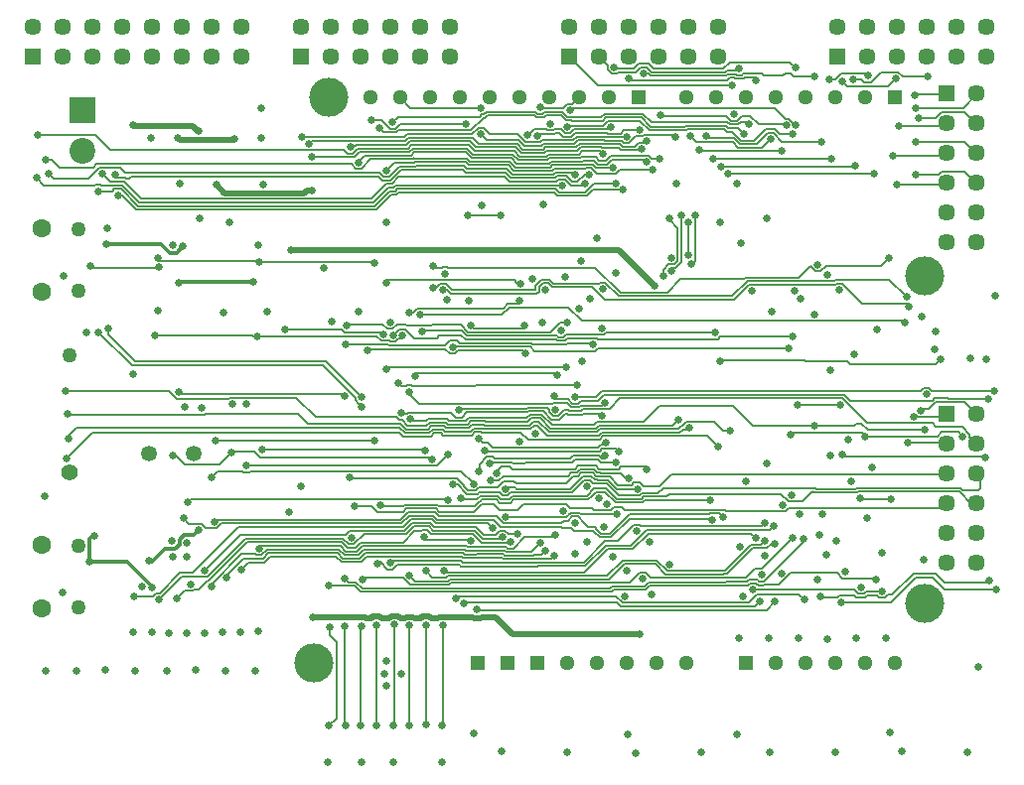
<source format=gbl>
%FSLAX25Y25*%
%MOIN*%
G70*
G01*
G75*
G04 Layer_Physical_Order=4*
G04 Layer_Color=16711680*
%ADD10R,0.05512X0.01575*%
%ADD11R,0.09843X0.05610*%
%ADD12R,0.02756X0.05610*%
%ADD13R,0.03347X0.04724*%
%ADD14R,0.03347X0.05000*%
%ADD15R,0.03150X0.03347*%
%ADD16C,0.05000*%
%ADD17R,0.03347X0.03150*%
%ADD18R,0.08500X0.05500*%
G04:AMPARAMS|DCode=19|XSize=33.47mil|YSize=31.5mil|CornerRadius=0mil|HoleSize=0mil|Usage=FLASHONLY|Rotation=225.000|XOffset=0mil|YOffset=0mil|HoleType=Round|Shape=Rectangle|*
%AMROTATEDRECTD19*
4,1,4,0.00070,0.02297,0.02297,0.00070,-0.00070,-0.02297,-0.02297,-0.00070,0.00070,0.02297,0.0*
%
%ADD19ROTATEDRECTD19*%

G04:AMPARAMS|DCode=20|XSize=33.47mil|YSize=31.5mil|CornerRadius=0mil|HoleSize=0mil|Usage=FLASHONLY|Rotation=315.000|XOffset=0mil|YOffset=0mil|HoleType=Round|Shape=Rectangle|*
%AMROTATEDRECTD20*
4,1,4,-0.02297,0.00070,-0.00070,0.02297,0.02297,-0.00070,0.00070,-0.02297,-0.02297,0.00070,0.0*
%
%ADD20ROTATEDRECTD20*%

%ADD21R,0.03543X0.08268*%
%ADD22R,0.12992X0.08268*%
%ADD23R,0.01378X0.03937*%
G04:AMPARAMS|DCode=24|XSize=25.59mil|YSize=33.47mil|CornerRadius=6.4mil|HoleSize=0mil|Usage=FLASHONLY|Rotation=180.000|XOffset=0mil|YOffset=0mil|HoleType=Round|Shape=RoundedRectangle|*
%AMROUNDEDRECTD24*
21,1,0.02559,0.02067,0,0,180.0*
21,1,0.01280,0.03347,0,0,180.0*
1,1,0.01280,-0.00640,0.01034*
1,1,0.01280,0.00640,0.01034*
1,1,0.01280,0.00640,-0.01034*
1,1,0.01280,-0.00640,-0.01034*
%
%ADD24ROUNDEDRECTD24*%
%ADD25R,0.06000X0.08500*%
%ADD26R,0.09449X0.07874*%
G04:AMPARAMS|DCode=27|XSize=9.84mil|YSize=59.06mil|CornerRadius=0mil|HoleSize=0mil|Usage=FLASHONLY|Rotation=315.000|XOffset=0mil|YOffset=0mil|HoleType=Round|Shape=Rectangle|*
%AMROTATEDRECTD27*
4,1,4,-0.02436,-0.01740,0.01740,0.02436,0.02436,0.01740,-0.01740,-0.02436,-0.02436,-0.01740,0.0*
%
%ADD27ROTATEDRECTD27*%

G04:AMPARAMS|DCode=28|XSize=9.84mil|YSize=59.06mil|CornerRadius=0mil|HoleSize=0mil|Usage=FLASHONLY|Rotation=45.000|XOffset=0mil|YOffset=0mil|HoleType=Round|Shape=Rectangle|*
%AMROTATEDRECTD28*
4,1,4,0.01740,-0.02436,-0.02436,0.01740,-0.01740,0.02436,0.02436,-0.01740,0.01740,-0.02436,0.0*
%
%ADD28ROTATEDRECTD28*%

%ADD29R,0.02362X0.04724*%
%ADD30R,0.02900X0.09500*%
%ADD31R,0.02362X0.08071*%
%ADD32R,0.11024X0.03937*%
%ADD33R,0.02362X0.07087*%
%ADD34R,0.08661X0.08661*%
%ADD35O,0.03740X0.01181*%
%ADD36O,0.01181X0.03740*%
%ADD37R,0.15500X0.12500*%
%ADD38C,0.02000*%
%ADD39C,0.01200*%
%ADD40C,0.00600*%
%ADD41C,0.01400*%
%ADD42C,0.00700*%
%ADD43C,0.00800*%
%ADD44R,0.05000X0.02500*%
%ADD45C,0.06299*%
%ADD46C,0.05700*%
%ADD47R,0.05700X0.05700*%
%ADD48R,0.05700X0.05700*%
%ADD49C,0.05300*%
%ADD50C,0.05500*%
%ADD51C,0.08661*%
%ADD52R,0.05100X0.05100*%
%ADD53C,0.05100*%
%ADD54C,0.13100*%
%ADD55C,0.02500*%
%ADD56C,0.02600*%
%ADD57C,0.02598*%
D16*
X20458Y78597D02*
D03*
Y58003D02*
D03*
Y164503D02*
D03*
Y185097D02*
D03*
X17535Y142607D02*
D03*
D34*
X22000Y225190D02*
D03*
D38*
X38900Y219700D02*
X58900D01*
X60700Y217900D01*
X99450Y54650D02*
X116881D01*
X99400Y54600D02*
X99450Y54650D01*
X141369Y54500D02*
X141620Y54750D01*
X138830Y54500D02*
X141369D01*
X138381Y54950D02*
X138830Y54500D01*
X136020Y54950D02*
X138381D01*
X135570Y54500D02*
X136020Y54950D01*
X133230Y54500D02*
X135570D01*
X132880Y54850D02*
X133230Y54500D01*
X130519Y54850D02*
X132880D01*
X130169Y54500D02*
X130519Y54850D01*
X128531Y54500D02*
X130169D01*
X127881Y55150D02*
X128531Y54500D01*
X125520Y55150D02*
X127881D01*
X124870Y54500D02*
X125520Y55150D01*
X122131Y54500D02*
X124870D01*
X121680Y54950D02*
X122131Y54500D01*
X119319Y54950D02*
X121680D01*
X118869Y54500D02*
X119319Y54950D01*
X117031Y54500D02*
X118869D01*
X116881Y54650D02*
X117031Y54500D01*
X66800Y200100D02*
X69750Y197150D01*
X54450Y215150D02*
X72650D01*
X72900Y215400D01*
X53800Y215800D02*
X54450Y215150D01*
X166402Y49100D02*
X209000D01*
X141620Y54750D02*
X152949D01*
X153199Y54500D01*
X155601D01*
X155851Y54750D01*
X160752D01*
X166402Y49100D01*
X69750Y197150D02*
X96280D01*
X97230Y198100D01*
X99000D01*
X92000Y177900D02*
X202000D01*
X214000Y165900D01*
D40*
X178227Y166900D02*
X179577Y165550D01*
X192909D01*
X180074Y166750D02*
X195209D01*
X178724Y168100D02*
X180074Y166750D01*
X175949Y168100D02*
X178724D01*
X173986Y166138D02*
X175949Y168100D01*
X173986Y164624D02*
Y166138D01*
X173912Y164550D02*
X173986Y164624D01*
X176446Y166900D02*
X178227D01*
X175187Y165640D02*
X176446Y166900D01*
X175187Y164127D02*
Y165640D01*
X174409Y163350D02*
X175187Y164127D01*
X145493Y163350D02*
X174409D01*
X145991Y164550D02*
X173912D01*
X201509Y80350D02*
X207010Y85850D01*
X199397Y81550D02*
X205697Y87850D01*
X198900Y82750D02*
X205500Y89350D01*
X196009Y82750D02*
X198900D01*
X195512Y81550D02*
X199397D01*
X197355Y80350D02*
X201509D01*
X190155Y73150D02*
X197355Y80350D01*
X193550Y83512D02*
X195512Y81550D01*
X193550Y83512D02*
Y83542D01*
X193342Y83750D02*
X193550Y83542D01*
X194750Y84009D02*
X196009Y82750D01*
X194750Y84009D02*
Y84039D01*
X193839Y84950D02*
X194750Y84039D01*
X186909Y83750D02*
X193342D01*
X197650Y78850D02*
X206090D01*
X190750Y71950D02*
X197650Y78850D01*
X198147Y77650D02*
X206588D01*
X190297Y69800D02*
X198147Y77650D01*
X206090Y78850D02*
X211291Y84050D01*
X206588Y77650D02*
X211788Y82850D01*
X191609Y84950D02*
X193839D01*
X67800Y106000D02*
X71900Y110100D01*
X56200Y106000D02*
X67800D01*
X53100Y109100D02*
X56200Y106000D01*
X52100Y109100D02*
X53100D01*
X308300Y69400D02*
X311200Y66500D01*
X300800Y69400D02*
X308300D01*
X293700Y62300D02*
X300800Y69400D01*
X104800Y48800D02*
X107200Y46400D01*
Y20700D02*
Y46400D01*
X104700Y18200D02*
X107200Y20700D01*
X271441Y172800D02*
X290000D01*
X292500Y175300D01*
Y175400D01*
X293350Y59850D02*
X301500Y68000D01*
X282000Y59850D02*
X293350D01*
X292141Y62300D02*
X293700D01*
X291191Y61350D02*
X292141Y62300D01*
X311300Y64100D02*
X328600D01*
X307400Y68000D02*
X311300Y64100D01*
X301500Y68000D02*
X307400D01*
X311200Y66500D02*
X326000D01*
X136700Y81000D02*
Y81800D01*
Y81000D02*
X136950Y80750D01*
X151750D01*
X152100Y80400D01*
X67090Y84650D02*
X68641Y86200D01*
X58856Y69550D02*
X74306Y85000D01*
X113091Y79250D02*
X116441Y82600D01*
X109409Y81150D02*
X111309Y79250D01*
X76691Y81150D02*
X109409D01*
X113588Y78050D02*
X115388Y79850D01*
X66200Y86800D02*
X66800Y87400D01*
X115576Y73250D02*
X117376Y75050D01*
X108824Y73250D02*
X115576D01*
X107024Y75050D02*
X108824Y73250D01*
X84885Y75050D02*
X107024D01*
X115079Y74450D02*
X116879Y76250D01*
X109321Y74450D02*
X115079D01*
X107521Y76250D02*
X109321Y74450D01*
X84388Y76250D02*
X107521D01*
X114582Y75650D02*
X116382Y77450D01*
X109818Y75650D02*
X114582D01*
X108018Y77450D02*
X109818Y75650D01*
X83890Y77450D02*
X108018D01*
X114085Y76850D02*
X115885Y78650D01*
X110315Y76850D02*
X114085D01*
X108515Y78650D02*
X110315Y76850D01*
X82050Y78650D02*
X108515D01*
X110812Y78050D02*
X113588D01*
X108962Y79900D02*
X110812Y78050D01*
X77138Y79900D02*
X108962D01*
X111309Y79250D02*
X113091D01*
X158000Y106300D02*
X158400Y106700D01*
X158500D01*
X160400Y102500D02*
X160900Y103000D01*
X149950Y98809D02*
Y99090D01*
X140791Y148450D02*
X141741Y149400D01*
X145659Y123400D02*
X147209Y121850D01*
X129139Y120950D02*
X131089Y119000D01*
X128209Y120950D02*
X129139D01*
X131089Y123400D02*
X145659D01*
X97550Y119750D02*
X128642D01*
X130789Y123100D02*
X131089Y123400D01*
X129100Y123100D02*
X130789D01*
X128248Y116750D02*
X129598Y115400D01*
X25350Y116750D02*
X128248D01*
X128295Y118400D02*
X130095Y116600D01*
X19800Y118400D02*
X128295D01*
X128642Y119750D02*
X130592Y117800D01*
X132000Y121200D02*
X132550Y120650D01*
X127259Y121900D02*
X128209Y120950D01*
X100100Y121900D02*
X127259D01*
X172409Y117950D02*
X173609Y119150D01*
X171912D02*
X173112Y120350D01*
X171415D02*
X172615Y121550D01*
X170918D02*
X172118Y122750D01*
X170477Y126200D02*
X170627Y126350D01*
X170773Y124799D02*
X171124Y125150D01*
X171270Y123599D02*
X171621Y123950D01*
X148100Y124000D02*
X148898Y124799D01*
X201762Y104500D02*
X202612Y105350D01*
X210450D01*
X202450Y103150D02*
X204650Y100950D01*
X189702Y122800D02*
X190002Y123100D01*
X184898Y122800D02*
X189702D01*
X184598Y123100D02*
X184898Y122800D01*
X185395Y124000D02*
X189205D01*
X185095Y124300D02*
X185395Y124000D01*
X185892Y125200D02*
X188708D01*
X186389Y126400D02*
X188211D01*
X210350Y120350D02*
X215600Y125600D01*
X166485Y106250D02*
X170105D01*
X166085Y106650D02*
X166485Y106250D01*
X162550Y105450D02*
X165391D01*
X166341Y104500D01*
X215600Y125600D02*
X240400D01*
X247000Y119000D01*
X267700D01*
X234050Y120450D02*
X237000Y117500D01*
X224497Y120450D02*
X234050D01*
X237000Y117500D02*
X239400D01*
X225500Y118300D02*
X225950Y117850D01*
X132691Y132350D02*
X153591D01*
X132491Y132550D02*
X132691Y132350D01*
X130709Y132550D02*
X132491D01*
X130509Y132350D02*
X130709Y132550D01*
X128950Y132350D02*
X130509D01*
X131100Y129900D02*
X131600Y130400D01*
X293100Y94500D02*
X293300Y94300D01*
X283000Y94500D02*
X293100D01*
X282900Y94600D02*
X283000Y94500D01*
X281642Y98150D02*
X316653D01*
X282139Y96950D02*
X316156D01*
X281768Y96580D02*
X282139Y96950D01*
X281271Y97780D02*
X281642Y98150D01*
X268223Y97780D02*
X281271D01*
X267170Y96580D02*
X281768D01*
X311150Y121950D02*
X312000Y122800D01*
X302509Y121950D02*
X311150D01*
X303900Y124600D02*
X306027D01*
X303400Y124100D02*
X303900Y124600D01*
X306027D02*
X308377Y126950D01*
X279472Y127450D02*
X307180D01*
X277472Y129450D02*
X279472Y127450D01*
X307180D02*
X308030Y128300D01*
X302010Y122450D02*
X302509Y121950D01*
X301350Y122450D02*
X302010D01*
X16700Y108100D02*
X25350Y116750D01*
X157800Y106000D02*
X158000Y106200D01*
X160000Y102900D02*
X162550Y105450D01*
X163200Y98300D02*
X163800Y97700D01*
X185009Y158850D02*
X189509Y154350D01*
X168700Y160400D02*
Y161000D01*
X160000Y102900D02*
X160400Y102500D01*
X153841Y132600D02*
X187100D01*
X153591Y132350D02*
X153841Y132600D01*
X127800Y133500D02*
X128950Y132350D01*
X238138Y69200D02*
X246888Y77950D01*
X236906Y69200D02*
X238138D01*
X236856Y69150D02*
X236906Y69200D01*
X217612Y69150D02*
X236856D01*
X214112Y72650D02*
X217612Y69150D01*
X203809Y72650D02*
X214112D01*
X237641Y70400D02*
X246391Y79150D01*
X236409Y70400D02*
X237641D01*
X236359Y70350D02*
X236409Y70400D01*
X218109Y70350D02*
X236359D01*
X214610Y73850D02*
X218109Y70350D01*
X203312Y73850D02*
X214610D01*
X63890Y68350D02*
X76691Y81150D01*
X144600Y94100D02*
X145300D01*
X148900Y94700D02*
X149250Y94350D01*
X148100Y124000D02*
X148300D01*
X147750Y147650D02*
X148600Y146800D01*
X178909Y150450D02*
X182159Y153700D01*
X197741Y150300D02*
X234300D01*
X196991Y149550D02*
X197741Y150300D01*
X195109Y149650D02*
X195209Y149550D01*
X184191Y149650D02*
X195109D01*
X183391Y148850D02*
X184191Y149650D01*
X181209Y149250D02*
X181609Y148850D01*
X149065Y149400D02*
X150465Y148000D01*
X180762D02*
X181112Y147650D01*
X194912Y148150D02*
X235191D01*
X194612Y148450D02*
X194912Y148150D01*
X184688Y148450D02*
X194612D01*
X183888Y147650D02*
X184688Y148450D01*
X148809Y153050D02*
X151409Y150450D01*
X195209Y149550D02*
X196991D01*
X184685Y146750D02*
X192650D01*
X184385Y146450D02*
X184685Y146750D01*
X181112Y147650D02*
X183888D01*
X181609Y148850D02*
X183391D01*
X141741Y149400D02*
X149065D01*
X149262Y150900D02*
X150912Y149250D01*
X236040Y149000D02*
X260300D01*
X235191Y148150D02*
X236040Y149000D01*
X189509Y154350D02*
X296750D01*
X182159Y153700D02*
X184600D01*
X124400Y138600D02*
X184101D01*
X192650Y146750D02*
X193100Y146300D01*
X193991Y144150D02*
X194941Y145100D01*
X144244Y164600D02*
X145493Y163350D01*
X142609Y172250D02*
X144391D01*
X142509Y172150D02*
X142609Y172250D01*
X142900Y164600D02*
X144244D01*
X123900Y167100D02*
X124750Y167950D01*
X166850D02*
X167700Y167100D01*
X139600Y165200D02*
X140459D01*
X48050Y174350D02*
X80894D01*
X81100Y174144D01*
X47100Y175300D02*
X48050Y174350D01*
X25200Y172100D02*
X47500D01*
X24600Y172700D02*
X25200Y172100D01*
X47500D02*
X47600Y172200D01*
X61791Y86150D02*
X63291Y84650D01*
X67090D01*
X57650Y86150D02*
X61791D01*
X55900Y87900D02*
X57650Y86150D01*
X50859Y130800D02*
X53509Y128150D01*
X16300Y130800D02*
X50859D01*
X93650Y128350D02*
X100100Y121900D01*
X71210Y128350D02*
X93650D01*
X53509Y128150D02*
X71009D01*
X71210Y128350D01*
X55150Y129550D02*
X109250D01*
X109900Y128900D01*
X54400Y130300D02*
X55150Y129550D01*
X102700Y139200D02*
X113450Y128450D01*
X38600Y139200D02*
X102700D01*
X113450Y127709D02*
Y128450D01*
X103600Y140600D02*
X115600Y128600D01*
X39700Y140600D02*
X103600D01*
X66700Y113900D02*
X119800D01*
X17100Y115700D02*
X19800Y118400D01*
X121500Y219000D02*
X122850Y217650D01*
X122259Y221700D02*
X125109Y218850D01*
X118800Y221700D02*
X122259D01*
X128541Y220500D02*
X150700D01*
X127988Y218250D02*
X152356D01*
X128500Y229300D02*
X132000Y225800D01*
X155700D01*
X157088Y222450D02*
X157938Y223300D01*
X152356Y218250D02*
X156556Y222450D01*
X156591Y223650D02*
X157441Y224500D01*
X156556Y222450D02*
X157088D01*
X156059Y223650D02*
X156591D01*
X155259Y222850D02*
X156059Y223650D01*
X157938Y223300D02*
X173462D01*
X157441Y224500D02*
X173959D01*
X179853Y218250D02*
X180203Y218600D01*
X177909Y218250D02*
X179853D01*
X177609Y218550D02*
X177909Y218250D01*
X173709Y218550D02*
X177609D01*
X197215Y223850D02*
X209985D01*
X197712Y222650D02*
X209488D01*
X198209Y221450D02*
X208991D01*
X207691Y216250D02*
X209910D01*
X210409Y216750D01*
X208991Y221450D02*
X212191Y218250D01*
X224510D01*
X209488Y222650D02*
X212688Y219450D01*
X224012D01*
X209985Y223850D02*
X212835Y221000D01*
X208850Y218250D02*
X209000Y218400D01*
X203609Y218250D02*
X208850D01*
X210409Y216750D02*
X220350D01*
X212835Y221000D02*
X223865D01*
X184700Y219500D02*
X184950Y219750D01*
X185591Y217350D02*
X186791Y218550D01*
X198350D02*
X199100Y219300D01*
X186791Y218550D02*
X198350D01*
X196509Y219750D02*
X198209Y221450D01*
X184950Y219750D02*
X196509D01*
X186350Y221450D02*
X196512D01*
X196015Y222650D02*
X197215Y223850D01*
X188488Y222650D02*
X196015D01*
X196512Y221450D02*
X197712Y222650D01*
X186088Y216150D02*
X187288Y217350D01*
X186585Y214950D02*
X187785Y216150D01*
X187082Y213750D02*
X188282Y214950D01*
X187579Y212550D02*
X188779Y213750D01*
X188076Y211350D02*
X189276Y212550D01*
X197491Y208050D02*
X199291Y209850D01*
X195382Y208050D02*
X197491D01*
X194182Y209250D02*
X195382Y208050D01*
X199588Y208450D02*
X210350D01*
X197988Y206850D02*
X199588Y208450D01*
X194885Y206850D02*
X197988D01*
X193685Y208050D02*
X194885Y206850D01*
X189867Y208050D02*
X193685D01*
X202141Y204900D02*
X213300D01*
X200791Y203550D02*
X202141Y204900D01*
X194675Y203550D02*
X200791D01*
X194388Y205650D02*
X199850D01*
X193188Y206850D02*
X194388Y205650D01*
X190364Y206850D02*
X193188D01*
X193950Y204275D02*
X194675Y203550D01*
X193950Y204275D02*
Y204391D01*
X192691Y205650D02*
X193950Y204391D01*
X190861Y205650D02*
X192691D01*
X190691Y197450D02*
X193741Y200500D01*
X193238Y198300D02*
X203200D01*
X191188Y196250D02*
X193238Y198300D01*
X188573Y210150D02*
X189623Y211200D01*
X189370Y209250D02*
X194182D01*
X189070Y208950D02*
X189370Y209250D01*
X189567Y207750D02*
X189867Y208050D01*
X190064Y206550D02*
X190364Y206850D01*
X190561Y205350D02*
X190861Y205650D01*
X199850D02*
X199900Y205700D01*
X176242Y214950D02*
X186585D01*
X176739Y213750D02*
X187082D01*
X177236Y212550D02*
X187579D01*
X177733Y211350D02*
X188076D01*
X181909Y197450D02*
X190691D01*
X181412Y196250D02*
X191188D01*
X178230Y210150D02*
X188573D01*
X178727Y208950D02*
X189070D01*
X179224Y207750D02*
X189567D01*
X179721Y206550D02*
X190064D01*
X180218Y205350D02*
X190561D01*
X180203Y218600D02*
X182559D01*
X193741Y200500D02*
X201000D01*
X175542Y214250D02*
X176242Y214950D01*
X176039Y213050D02*
X176739Y213750D01*
X176536Y211850D02*
X177236Y212550D01*
X177033Y210650D02*
X177733Y211350D01*
X177530Y209450D02*
X178230Y210150D01*
X178027Y208250D02*
X178727Y208950D01*
X186150Y221650D02*
X186350Y221450D01*
X188288Y222850D02*
X188488Y222650D01*
X184709Y222850D02*
X188288D01*
X184212Y221650D02*
X186150D01*
X178524Y207050D02*
X179224Y207750D01*
X186250Y204150D02*
X187200Y203200D01*
X180715Y204150D02*
X186250D01*
X185812Y199850D02*
X190050D01*
X190500Y200300D01*
X182600Y199800D02*
X182800Y199600D01*
X188091Y201050D02*
X190541Y203500D01*
X191800D01*
X184409Y202950D02*
X186309Y201050D01*
X181212Y202950D02*
X184409D01*
X182062Y217400D02*
X183312Y216150D01*
X182559Y218600D02*
X183809Y217350D01*
X183912Y201750D02*
X185812Y199850D01*
X182562Y223300D02*
X184212Y221650D01*
X183059Y224500D02*
X184709Y222850D01*
X180262Y197400D02*
X181412Y196250D01*
X180759Y198600D02*
X181909Y197450D01*
X181709Y201750D02*
X183912D01*
X181009Y201050D02*
X181709Y201750D01*
X180512Y202250D02*
X181212Y202950D01*
X180015Y203450D02*
X180715Y204150D01*
X186309Y201050D02*
X188091D01*
X183312Y216150D02*
X186088D01*
X183809Y217350D02*
X185591D01*
X173309Y214250D02*
X175542D01*
X170212Y213050D02*
X176039D01*
X169715Y211850D02*
X176536D01*
X169218Y210650D02*
X177033D01*
X168721Y209450D02*
X177530D01*
X179518Y204650D02*
X180218Y205350D01*
X179021Y205850D02*
X179721Y206550D01*
X180700Y217400D02*
X182062D01*
X186350Y227150D02*
X188500Y229300D01*
X184709Y227150D02*
X186350D01*
X183409Y225850D02*
X184709Y227150D01*
X224012Y219450D02*
X224412Y219850D01*
X223865Y221000D02*
X223915Y221050D01*
X199291Y209850D02*
X211990D01*
X175150Y216950D02*
X180250D01*
X174600Y216400D02*
X175150Y216950D01*
X180250D02*
X180700Y217400D01*
X170509Y214450D02*
X173109D01*
X168312Y214950D02*
X170212Y213050D01*
X167815Y213750D02*
X169715Y211850D01*
X167318Y212550D02*
X169218Y210650D01*
X166821Y211350D02*
X168721Y209450D01*
X166324Y210150D02*
X168224Y208250D01*
X165827Y208950D02*
X167727Y207050D01*
X165330Y207750D02*
X167230Y205850D01*
X164833Y206550D02*
X166733Y204650D01*
X164336Y205350D02*
X166236Y203450D01*
X163839Y204150D02*
X165739Y202250D01*
X163742Y202550D02*
X165242Y201050D01*
X168224Y208250D02*
X178027D01*
X167727Y207050D02*
X178524D01*
X167230Y205850D02*
X179021D01*
X166733Y204650D02*
X179518D01*
X166236Y203450D02*
X180015D01*
X165739Y202250D02*
X180512D01*
X165242Y201050D02*
X181009D01*
X173109Y214450D02*
X173309Y214250D01*
X171759Y216600D02*
X173709Y218550D01*
X171400Y216600D02*
X171759D01*
X174112Y222650D02*
X176888D01*
X173462Y223300D02*
X174112Y222650D01*
X174609Y223850D02*
X176391D01*
X173959Y224500D02*
X174609Y223850D01*
X176391D02*
X177041Y224500D01*
X177538Y223300D02*
X182562D01*
X176888Y222650D02*
X177538Y223300D01*
X177041Y224500D02*
X183059D01*
X127850Y222850D02*
X155259D01*
X126000Y221000D02*
X127850Y222850D01*
X204350Y215950D02*
X204500Y216100D01*
X168009Y216950D02*
X170509Y214450D01*
X158734Y216950D02*
X168009D01*
X154056Y212550D02*
X167318D01*
X155000Y213750D02*
X167815D01*
X150576Y204150D02*
X163839D01*
X151074Y205350D02*
X164336D01*
X151571Y206550D02*
X164833D01*
X152068Y207750D02*
X165330D01*
X152565Y208950D02*
X165827D01*
X153062Y210150D02*
X166324D01*
X153559Y211350D02*
X166821D01*
X157694Y214950D02*
X168312D01*
X149576Y205150D02*
X150576Y204150D01*
X150074Y206350D02*
X151074Y205350D01*
X150571Y207550D02*
X151571Y206550D01*
X151068Y208750D02*
X152068Y207750D01*
X150565Y210950D02*
X152565Y208950D01*
X151062Y212150D02*
X153062Y210150D01*
X151559Y213350D02*
X153559Y211350D01*
X152056Y214550D02*
X154056Y212550D01*
X153000Y215750D02*
X155000Y213750D01*
X155744Y216900D02*
X157694Y214950D01*
X156634Y219050D02*
X158734Y216950D01*
X254250Y225850D02*
X258050Y222050D01*
X185600Y225000D02*
X186450Y225850D01*
X175650D02*
X183409D01*
X175500Y226000D02*
X175650Y225850D01*
X241482Y221442D02*
X243191Y223150D01*
X246091D01*
X241979Y220242D02*
X242788Y221050D01*
X240018Y217842D02*
X243009Y214850D01*
X238210Y217842D02*
X240018D01*
X241858Y219042D02*
X243900Y217000D01*
X238707Y219042D02*
X241858D01*
X239204Y220242D02*
X241979D01*
X239701Y221442D02*
X241482D01*
X242788Y221050D02*
X245150D01*
X240562Y215600D02*
X242512Y213650D01*
X232200Y215600D02*
X240562D01*
X231300Y216500D02*
X232200Y215600D01*
X246091Y223150D02*
X249041Y220200D01*
X133353Y210950D02*
X150565D01*
X132856Y212150D02*
X151062D01*
X132359Y213350D02*
X151559D01*
X131862Y214550D02*
X152056D01*
X131365Y215750D02*
X153000D01*
X152753Y216950D02*
X154853Y219050D01*
X130868Y216950D02*
X152753D01*
X220350Y216750D02*
X221000Y216100D01*
X154853Y219050D02*
X156634D01*
X216300Y223200D02*
X216350Y223150D01*
X215900Y223200D02*
X216300D01*
X151300Y189700D02*
X151400Y189800D01*
X162400D01*
X162250Y81150D02*
X162800Y81700D01*
X165150Y79550D02*
X165600Y80000D01*
X121800Y92200D02*
X122050Y91950D01*
X119009D02*
X120909Y90050D01*
X113200Y91950D02*
X119009D01*
X149250Y94350D02*
X154253D01*
X161812Y90650D02*
X168082D01*
X210735Y94000D02*
X232600D01*
X210238Y95200D02*
X217900D01*
X209985Y93250D02*
X210735Y94000D01*
X209488Y94450D02*
X210238Y95200D01*
X209740Y96400D02*
X215038D01*
X208991Y95650D02*
X209740Y96400D01*
X215038D02*
X216788Y98150D01*
X217900Y95200D02*
X218850Y96150D01*
X215247Y90850D02*
X237491D01*
X215097Y90700D02*
X215247Y90850D01*
X166747Y100450D02*
X167597Y99600D01*
X232209Y89350D02*
X232410Y89550D01*
X210191Y98750D02*
X215690D01*
X208991Y99950D02*
X210191Y98750D01*
X207090Y99950D02*
X208991D01*
X206291Y99150D02*
X207090Y99950D01*
X232410Y89550D02*
X235750D01*
X218850Y96150D02*
X256391D01*
X258891Y93650D01*
X133500Y135800D02*
X134350Y136650D01*
X180750D01*
X181400Y136000D01*
X146991Y143350D02*
X148041Y144400D01*
X145209Y147650D02*
X147750D01*
X123800Y138000D02*
X124400Y138600D01*
X194941Y145100D02*
X259000D01*
X146100Y145500D02*
X146200Y145600D01*
X262000Y126100D02*
X262150Y125951D01*
X276234D01*
X297150Y153950D02*
X298150D01*
X296750Y154350D02*
X297150Y153950D01*
X298450Y160050D02*
X299400Y159100D01*
X110700Y152600D02*
X111250Y153150D01*
X301000Y122100D02*
X301350Y122450D01*
X292650Y168050D02*
X298500Y162200D01*
X245609Y166450D02*
X274609D01*
X275009Y166850D01*
X245112Y167650D02*
X274112D01*
X244615Y168850D02*
X262310D01*
X274512Y168050D02*
X292650D01*
X274112Y167650D02*
X274512Y168050D01*
X195209Y166750D02*
X195609Y167150D01*
X283591Y160050D02*
X298450D01*
X276790Y166850D02*
X283591Y160050D01*
X275009Y166850D02*
X276790D01*
X262310Y168850D02*
X266109Y172650D01*
X244065Y168300D02*
X244615Y168850D01*
X222760Y168300D02*
X244065D01*
X195609Y167150D02*
X197391D01*
X163112Y158450D02*
X164712Y160050D01*
X162659Y156300D02*
X165209Y158850D01*
X237990Y90350D02*
X257891D01*
X237491Y90850D02*
X237990Y90350D01*
X311500Y113300D02*
X312000Y112800D01*
X35344Y196400D02*
X40093Y191650D01*
X34841Y198600D02*
X40591Y192850D01*
X35338Y199800D02*
X41088Y194050D01*
X35835Y201000D02*
X41585Y195250D01*
X113262Y65300D02*
X115312Y63250D01*
X113759Y66500D02*
X115809Y64450D01*
X137200Y18800D02*
Y52100D01*
Y18800D02*
X137400Y18600D01*
X46686Y62846D02*
X48030D01*
X45550Y61709D02*
X46686Y62846D01*
X48030D02*
X54734Y69550D01*
X58856D01*
X55231Y68350D02*
X63890D01*
X47577Y60696D02*
X55231Y68350D01*
X63950Y67150D02*
X64388D01*
X60900Y64100D02*
X63950Y67150D01*
X59540Y64100D02*
X60900D01*
X58991Y63550D02*
X59540Y64100D01*
X56250Y63550D02*
X58991D01*
X53600Y60900D02*
X56250Y63550D01*
X64388Y67150D02*
X77138Y79900D01*
X81990Y75550D02*
X83890Y77450D01*
X75189Y75930D02*
X79830D01*
X80209Y75550D01*
X81990D01*
X65100Y65841D02*
X75189Y75930D01*
X75910Y74350D02*
X82488D01*
X70200Y68641D02*
X75910Y74350D01*
X77750Y73150D02*
X82985D01*
X63000Y70500D02*
X74888Y82388D01*
X75300Y70700D02*
X77750Y73150D01*
X82488Y74350D02*
X84388Y76250D01*
X82985Y73150D02*
X84885Y75050D01*
X81100Y77700D02*
X82050Y78650D01*
X121859Y73200D02*
X124309Y70750D01*
X121271Y73200D02*
X121859D01*
X124309Y70750D02*
X126091D01*
X164000Y89300D02*
X165050Y88250D01*
X164000Y88500D02*
Y89300D01*
X70200Y67900D02*
Y68641D01*
X65100Y65000D02*
Y65841D01*
X45550Y61709D02*
Y61709D01*
X45441Y61600D02*
X45550Y61709D01*
X39200Y61600D02*
X45441D01*
X74688Y82388D02*
X74888D01*
X34479Y205750D02*
X36329Y203900D01*
X37466Y202060D02*
X38106Y202700D01*
X36472Y202060D02*
X37466D01*
X36332Y202200D02*
X36472Y202060D01*
X28141Y199800D02*
X35338D01*
X31100Y201000D02*
X35835D01*
X33000Y202200D02*
X36332D01*
X32650Y198600D02*
X34841D01*
X27609Y205750D02*
X34479D01*
X295400Y199900D02*
X311600D01*
X312000Y200300D01*
X293900Y209800D02*
X311500D01*
X312000Y210300D01*
X238600Y203600D02*
X287500D01*
X236400Y206000D02*
X281400D01*
X286690Y234450D02*
X289990Y237750D01*
X284310Y234450D02*
X286690D01*
X116200Y67900D02*
X129545D01*
X120886Y72814D02*
X121271Y73200D01*
X104500Y65300D02*
X113262D01*
X111200Y66500D02*
X113759D01*
X110000Y67700D02*
X111200Y66500D01*
X115800Y67500D02*
X116200Y67900D01*
X251590Y77950D02*
X253140Y79500D01*
X246888Y77950D02*
X251590D01*
X258891Y93650D02*
X263500D01*
X259040Y91500D02*
X310700D01*
X257891Y90350D02*
X259040Y91500D01*
X216788Y98150D02*
X267853D01*
X263500Y93650D02*
X266800Y96950D01*
X235750Y89550D02*
X237000Y88300D01*
X252650Y84050D02*
X253900Y85300D01*
X249850Y85250D02*
X250800Y86200D01*
X232850Y87850D02*
X233300Y87400D01*
X253140Y79500D02*
X254100D01*
X126650Y34709D02*
Y52250D01*
X126700Y52300D01*
X126650Y34709D02*
X126700Y34659D01*
Y18700D02*
Y34659D01*
X120500Y18400D02*
Y52100D01*
X104800Y48800D02*
Y51500D01*
X142500Y18200D02*
X142800Y18500D01*
Y51900D01*
X131600Y18500D02*
X131700Y18600D01*
Y52000D01*
X115200Y18400D02*
Y51300D01*
X115700Y51800D01*
X110000Y18600D02*
Y51800D01*
Y18600D02*
X110200Y18400D01*
X126400D02*
X126700Y18700D01*
X167200Y98300D02*
X167700Y97800D01*
X46244Y149344D02*
X79400D01*
Y149100D02*
X79450Y149050D01*
X109059Y151200D02*
X109809Y150450D01*
X89800Y151200D02*
X109059D01*
X72250Y110450D02*
X79510D01*
X94400Y122900D02*
X97550Y119750D01*
X17100Y114800D02*
Y115700D01*
X114709Y126450D02*
X115450D01*
X113450Y127709D02*
X114709Y126450D01*
X131100Y129900D02*
X134800Y126200D01*
X115450Y126450D02*
X115600Y126300D01*
Y125500D02*
Y126300D01*
X27400Y150400D02*
X38600Y139200D01*
X30500Y149800D02*
X39700Y140600D01*
X30500Y149800D02*
Y151600D01*
X31850Y197800D02*
X32650Y198600D01*
X27100Y197800D02*
X31850D01*
X46100Y149200D02*
X46244Y149344D01*
X71900Y110100D02*
X72250Y110450D01*
X152300Y152600D02*
X153200Y151700D01*
X34000Y196400D02*
X35344D01*
X34000D02*
Y197400D01*
X28500Y203600D02*
X31100Y201000D01*
X31900Y203300D02*
X33000Y202200D01*
X115491Y205350D02*
X118691Y208550D01*
X113709Y205350D02*
X115491D01*
X112109Y206950D02*
X113709Y205350D01*
X31900Y203300D02*
X32800D01*
X27991Y199950D02*
X28141Y199800D01*
X26209Y199950D02*
X27991D01*
X26059Y199800D02*
X26209Y199950D01*
X9000Y199800D02*
X26059D01*
X113188Y209250D02*
X114888Y210950D01*
X99250Y209250D02*
X113188D01*
X112691Y210450D02*
X114391Y212150D01*
X110909Y210450D02*
X112691D01*
X113065Y212600D02*
X113815Y213350D01*
X111800Y212600D02*
X113065D01*
X114500Y207600D02*
X114600Y207500D01*
X114500Y207600D02*
X116650Y209750D01*
X6500Y202300D02*
X9000Y199800D01*
X123900Y204800D02*
X126450Y207350D01*
X9700Y208200D02*
X11713D01*
X14133Y205780D01*
X12300Y202000D02*
X23859D01*
X27609Y205750D01*
X10500Y203800D02*
X12300Y202000D01*
X109709Y211650D02*
X110909Y210450D01*
X97900Y213800D02*
X98850Y214750D01*
X99000Y209500D02*
X99250Y209250D01*
X317850Y204450D02*
X322000Y200300D01*
X301500Y203300D02*
X309131D01*
X296000Y219800D02*
X311500D01*
X312000Y220300D01*
X317850Y214450D02*
X322000Y210300D01*
X301650Y214450D02*
X317850D01*
X301500Y214300D02*
X301650Y214450D01*
X317850Y224450D02*
X322000Y220300D01*
X310281Y224450D02*
X317850D01*
X308131Y222300D02*
X310281Y224450D01*
X302500Y222300D02*
X308131D01*
X266109Y172650D02*
X267810Y170950D01*
X269590D02*
X271441Y172800D01*
X267810Y170950D02*
X269590D01*
X301500Y225800D02*
X317500D01*
X322000Y230300D01*
X301400D02*
X312000D01*
X301200Y230100D02*
X301400Y230300D01*
X276609Y237450D02*
X284350D01*
X274559Y235400D02*
X276609Y237450D01*
X272600Y235400D02*
X274559D01*
X249041Y220200D02*
X258100D01*
X292353Y233153D02*
X294800Y235600D01*
X282904Y233153D02*
X292353D01*
X278450Y233150D02*
X282901D01*
X283410Y235350D02*
X284310Y234450D01*
X285500Y236300D02*
Y236600D01*
X282901Y233150D02*
X282904Y233153D01*
X289990Y237750D02*
X295690D01*
X297141Y236300D01*
X305600D01*
X280650Y235350D02*
X283410D01*
X280600Y235300D02*
X280650Y235350D01*
X284350Y237450D02*
X285500Y236300D01*
X276900Y234700D02*
X278450Y233150D01*
X258991Y222050D02*
X261040Y220000D01*
X261200D01*
X258050Y222050D02*
X258991D01*
X244088Y235950D02*
X247800D01*
X249888Y237250D02*
X250588Y236550D01*
X243290Y236850D02*
X243690Y237250D01*
X249888D01*
X238116Y238350D02*
X242400D01*
X259350Y241150D02*
X261100Y239400D01*
X237019Y238950D02*
X239219Y241150D01*
X259350D01*
X243788Y235650D02*
X244088Y235950D01*
X241012Y235650D02*
X243788D01*
X240712Y235950D02*
X241012Y235650D01*
X239110Y235950D02*
X240712D01*
X241510Y236850D02*
X243290D01*
X241210Y237150D02*
X241510Y236850D01*
X238613Y237150D02*
X241210D01*
X238013Y236550D02*
X238613Y237150D01*
X213581Y238950D02*
X237019D01*
X212587Y236550D02*
X238013D01*
X194950Y233450D02*
X240100D01*
X205100Y236000D02*
X205950Y235150D01*
X213084Y237750D02*
X237516D01*
X250588Y236550D02*
X256909D01*
X257809Y237450D01*
X211881Y240650D02*
X213581Y238950D01*
X208719Y240650D02*
X211881D01*
X207019Y238950D02*
X208719Y240650D01*
X207710Y237750D02*
X209409Y239450D01*
X201691Y237750D02*
X207710D01*
X211384Y239450D02*
X213084Y237750D01*
X209409Y239450D02*
X211384D01*
X238310Y235150D02*
X239110Y235950D01*
X205950Y235150D02*
X238310D01*
X210300Y237300D02*
X211837D01*
X212587Y236550D01*
X200950Y238950D02*
X207019D01*
X237516Y237750D02*
X238116Y238350D01*
X257809Y237450D02*
X259591D01*
X260740Y236300D01*
X267600D01*
X185300Y243100D02*
X194950Y233450D01*
X200400Y239500D02*
X200950Y238950D01*
X201291Y237350D02*
X201691Y237750D01*
X205100Y235600D02*
Y236000D01*
X199509Y237350D02*
X201291D01*
X198250Y238610D02*
X199509Y237350D01*
X198250Y238610D02*
Y240150D01*
X195300Y243100D02*
X198250Y240150D01*
X213040Y208800D02*
X215600D01*
X95500Y216100D02*
X95600Y216000D01*
X187100Y132600D02*
X188000Y131700D01*
X226300Y173200D02*
X227500Y174400D01*
X225200Y176300D02*
Y187400D01*
X218800Y188200D02*
Y188800D01*
Y188200D02*
X221750Y185250D01*
X220491Y173250D02*
X221750Y174509D01*
X218709Y173250D02*
X220491D01*
X216800Y169400D02*
Y171341D01*
X218709Y173250D01*
X222709Y168350D02*
X222760Y168300D01*
X227500Y174400D02*
Y189600D01*
X219600Y171900D02*
X220838D01*
X219600Y171100D02*
Y171900D01*
X220838D02*
X223000Y174062D01*
Y189700D01*
X221750Y174509D02*
Y185250D01*
X210350Y208450D02*
X211100Y207700D01*
X211990Y209850D02*
X213040Y208800D01*
X256740Y214500D02*
X270000D01*
X224510Y218250D02*
X224909Y218650D01*
X233500Y208700D02*
X273200D01*
X309131Y203300D02*
X310281Y204450D01*
X317850D01*
X228800Y211800D02*
X229400Y211200D01*
X256500D01*
X245150Y221050D02*
X245700Y220500D01*
X225800Y216500D02*
X227950Y214350D01*
X243009Y214850D02*
X247400D01*
X242015Y212450D02*
X250050D01*
X252900Y215300D01*
X227950Y214350D02*
X240115D01*
X242015Y212450D01*
X242512Y213650D02*
X248210D01*
X252010Y217450D02*
X253790D01*
X248210Y213650D02*
X252010Y217450D01*
X253790D02*
X256740Y214500D01*
X254288Y218650D02*
X256038Y216900D01*
X260200D01*
X247400Y214850D02*
X251200Y218650D01*
X254288D01*
X310700Y91500D02*
X312000Y92800D01*
X129000Y123200D02*
X129100Y123100D01*
X316653Y98150D02*
X317353Y97450D01*
X320306Y92800D02*
X322000D01*
X316156Y96950D02*
X320306Y92800D01*
X322000Y102800D02*
X323200Y101600D01*
X317353Y97450D02*
X322497D01*
X323200Y98153D01*
Y101600D01*
X267853Y98150D02*
X268223Y97780D01*
X266800Y96950D02*
X267170Y96580D01*
X215690Y98750D02*
X219741Y102800D01*
X210450Y105350D02*
X211300Y104500D01*
X65400Y101800D02*
X67350Y103750D01*
X31150Y211650D02*
X109709D01*
X14133Y205780D02*
X25480D01*
X26650Y206950D01*
X112109D01*
X6800Y216700D02*
X26100D01*
X31150Y211650D01*
X298800Y113300D02*
X311500D01*
X276975Y128250D02*
X285312Y119912D01*
X283390Y119750D02*
X285440Y117700D01*
X304600D01*
X307115Y119912D02*
X308377Y118650D01*
X285312Y119912D02*
X307115D01*
X172738Y146800D02*
X173088Y146450D01*
X184385D01*
X172241Y145600D02*
X173691Y144150D01*
X193991D01*
X147200Y61100D02*
X147925Y61826D01*
X149900Y59200D02*
X150300Y59600D01*
X201362D01*
X154400Y57400D02*
X154650Y57150D01*
X201362Y59600D02*
X202612Y58350D01*
X200834Y61826D02*
X203109Y59550D01*
X326000Y66500D02*
X326400Y66900D01*
X312300Y128300D02*
X312450Y128150D01*
X325650D02*
X325800Y128000D01*
X308377Y126950D02*
X317850D01*
X322000Y122800D01*
X312450Y128150D02*
X325650D01*
X308030Y128300D02*
X312300D01*
X305991Y131750D02*
X306941Y130800D01*
X304209Y131750D02*
X305991D01*
X303110Y130650D02*
X304209Y131750D01*
X306941Y130800D02*
X328000D01*
X308377Y118650D02*
X317191D01*
X319650Y115150D02*
X322000Y112800D01*
X319650Y115150D02*
Y116191D01*
X317191Y118650D02*
X319650Y116191D01*
X315850Y116950D02*
X317300Y115500D01*
X308781Y115450D02*
X310281Y116950D01*
X284700Y115400D02*
X284750Y115450D01*
X310281Y116950D02*
X315850D01*
X284750Y115450D02*
X308781D01*
X276800Y109200D02*
X277350Y108650D01*
X324450D01*
X324900Y108200D01*
X231750Y115550D02*
X235400Y111900D01*
X202509Y217150D02*
X203609Y218250D01*
X210850Y214150D02*
X211300Y214600D01*
X188779Y213750D02*
X196444D01*
X188282Y214950D02*
X196941D01*
X187785Y216150D02*
X197438D01*
X187288Y217350D02*
X197935D01*
X198135Y217150D01*
X202509D01*
X197438Y216150D02*
X197638Y215950D01*
X204350D01*
X208610Y214150D02*
X210850D01*
X196941Y214950D02*
X197141Y214750D01*
X202809D01*
X203609Y213950D01*
X205391D01*
X196444Y213750D02*
X196644Y213550D01*
X202312D01*
X203112Y212750D01*
X189276Y212550D02*
X195947D01*
X196147Y212350D01*
X201815D02*
X202615Y211550D01*
X205391Y213950D02*
X207691Y216250D01*
X209050Y211550D02*
X209500Y212000D01*
X202615Y211550D02*
X209050D01*
X203112Y212750D02*
X207209D01*
X208610Y214150D01*
X196147Y212350D02*
X201815D01*
X195600Y211200D02*
X196600Y210200D01*
X189623Y211200D02*
X195600D01*
X163000Y98100D02*
X163200Y98300D01*
X168082Y90650D02*
X169982Y92550D01*
X163200Y98300D02*
X167200D01*
X155847Y92550D02*
X159912D01*
X161812Y90650D01*
X155932Y94200D02*
X160865D01*
X161915Y93150D01*
X155435Y95400D02*
X161362D01*
X162412Y94350D01*
X154988Y96650D02*
X161809D01*
X162909Y95550D01*
X158500Y106700D02*
X158550Y106650D01*
X158000Y106200D02*
Y106250D01*
Y106300D01*
X158550Y106650D02*
X166085D01*
X158000Y106250D02*
X158500D01*
X111500Y101350D02*
X147691D01*
X149950Y99090D01*
X149050Y103750D02*
X153200Y99600D01*
X138021Y121350D02*
X144379D01*
X138518Y120150D02*
X143882D01*
X139015Y118950D02*
X143385D01*
X139512Y117750D02*
X142888D01*
X140009Y116550D02*
X142391D01*
X170105Y106250D02*
X170705Y106850D01*
X144379Y121350D02*
X145079Y120650D01*
X143882Y120150D02*
X144582Y119450D01*
X143385Y118950D02*
X144085Y118250D01*
X142888Y117750D02*
X143588Y117050D01*
X142391Y116550D02*
X143091Y115850D01*
X140925Y105624D02*
X144700Y109400D01*
X132550Y120650D02*
X137321D01*
X138021Y121350D01*
X131089Y119000D02*
X137368D01*
X138518Y120150D01*
X130592Y117800D02*
X137865D01*
X139015Y118950D01*
X130095Y116600D02*
X138362D01*
X139512Y117750D01*
X129598Y115400D02*
X138859D01*
X140009Y116550D01*
X159491Y108850D02*
X160291Y108050D01*
X161915Y93150D02*
X165685D01*
X166735Y94200D01*
X162412Y94350D02*
X165188D01*
X166238Y95400D01*
X162909Y95550D02*
X164691D01*
X165741Y96600D01*
X157679Y121750D02*
X157879Y121550D01*
X170918D01*
X157182Y120550D02*
X157382Y120350D01*
X171415D01*
X156685Y119350D02*
X156885Y119150D01*
X171912D01*
X156188Y118150D02*
X156388Y117950D01*
X172409D01*
X155691Y116950D02*
X155891Y116750D01*
X169091D01*
X79510Y110450D02*
X81459Y108500D01*
X138475D01*
X139150Y107825D01*
X82100Y110900D02*
X136900D01*
X143709Y144850D02*
X145209Y143350D01*
X146991D01*
X164712Y160050D02*
X168350D01*
X168700Y160400D01*
X165209Y158850D02*
X185009D01*
X202391Y128250D02*
X276975D01*
X198791Y124650D02*
X202391Y128250D01*
X223097Y119050D02*
X224497Y120450D01*
X220000Y119150D02*
X221800Y120950D01*
X223011Y119050D02*
X223097D01*
X223508Y117850D02*
X225950D01*
X222408Y116750D02*
X223508Y117850D01*
X221911Y117950D02*
X223011Y119050D01*
X145050Y94350D02*
X145300Y94100D01*
X57200Y93200D02*
X58350Y94350D01*
X145050D01*
X135789Y84000D02*
X137611D01*
X140594Y91200D02*
X141744Y90050D01*
X141091Y92400D02*
X141541Y91950D01*
X153550D01*
X140096Y90000D02*
X141497Y88600D01*
X139600Y88800D02*
X140999Y87400D01*
X139102Y87600D02*
X140502Y86200D01*
X138605Y86400D02*
X140005Y85000D01*
X138108Y85200D02*
X139508Y83800D01*
X156158Y81150D02*
X162250D01*
X156061Y79550D02*
X165150D01*
X137611Y84000D02*
X139011Y82600D01*
X179950Y81750D02*
X180600Y82400D01*
X246250Y82850D02*
X247800Y81300D01*
X249750Y79150D02*
X250900Y80300D01*
X246391Y79150D02*
X249750D01*
X263830Y80049D02*
Y81030D01*
X237600Y66500D02*
X237900Y66800D01*
X237303Y67900D02*
X237403Y68000D01*
X249896Y71196D02*
X260200Y81500D01*
X159841Y87400D02*
X162191Y85050D01*
X160859Y88600D02*
X163109Y86350D01*
X161909Y83850D02*
X163691D01*
X164841Y82700D01*
X167800D01*
X160447Y82388D02*
X161909Y83850D01*
X158000Y86200D02*
X159600Y84600D01*
X126091Y70750D02*
X127691Y72350D01*
X117376Y75050D02*
X149248D01*
X116879Y76250D02*
X149745D01*
X116382Y77450D02*
X150242D01*
X115885Y78650D02*
X150739D01*
X133361Y83711D02*
X135500D01*
X129500Y79850D02*
X133361Y83711D01*
X116441Y82600D02*
X130553D01*
X120909Y90050D02*
X129518D01*
X122050Y91950D02*
X129721D01*
X111559Y83800D02*
X130056D01*
X74306Y85000D02*
X129559D01*
X68641Y86200D02*
X129062D01*
X66800Y87400D02*
X128565D01*
X129721Y91950D02*
X130171Y92400D01*
X129518Y90050D02*
X130668Y91200D01*
X128565Y87400D02*
X131165Y90000D01*
X129062Y86200D02*
X131662Y88800D01*
X129559Y85000D02*
X132159Y87600D01*
X130056Y83800D02*
X132656Y86400D01*
X130553Y82600D02*
X133153Y85200D01*
X138108D01*
X132656Y86400D02*
X138605D01*
X132159Y87600D02*
X139102D01*
X131662Y88800D02*
X139600D01*
X131165Y90000D02*
X140096D01*
X130668Y91200D02*
X140594D01*
X130171Y92400D02*
X141091D01*
X135500Y83711D02*
X135789Y84000D01*
X115388Y79850D02*
X129500D01*
X143200Y70200D02*
X143600Y69800D01*
X137200Y70200D02*
X139350Y68050D01*
X144091D01*
X131743Y68743D02*
X133636Y66850D01*
X144588D01*
X129545Y67900D02*
X131795Y65650D01*
X150739Y78650D02*
X151189Y78200D01*
X150242Y77450D02*
X150692Y77000D01*
X149745Y76250D02*
X150195Y75800D01*
X149248Y75050D02*
X149698Y74600D01*
X126400Y73550D02*
X149050D01*
X127691Y72350D02*
X148554D01*
X144091Y68050D02*
X144641Y68600D01*
X144588Y66850D02*
X145138Y67400D01*
X131795Y65650D02*
X145085D01*
X115809Y64450D02*
X145582D01*
X115312Y63250D02*
X146079D01*
X146129Y63300D02*
X148111D01*
X146079Y63250D02*
X146129Y63300D01*
X145632Y64500D02*
X148608D01*
X145582Y64450D02*
X145632Y64500D01*
X145085Y65650D02*
X145635Y66200D01*
X259690Y69650D02*
X275110D01*
X210988Y63950D02*
X212338Y65300D01*
X210490Y65150D02*
X211841Y66500D01*
X237600D01*
X209010Y69750D02*
X210790D01*
X212641Y67900D01*
X237303D01*
X205609Y66350D02*
X209010Y69750D01*
X199206Y66350D02*
X205609D01*
X200201Y63950D02*
X210988D01*
X199704Y65150D02*
X210490D01*
X199501Y63250D02*
X200201Y63950D01*
X148111Y63300D02*
X148161Y63250D01*
X199004Y64450D02*
X199704Y65150D01*
X148608Y64500D02*
X148658Y64450D01*
X199056Y66200D02*
X199206Y66350D01*
X198559Y67400D02*
X203809Y72650D01*
X198062Y68600D02*
X203312Y73850D01*
X147925Y61826D02*
X200834D01*
X148161Y63250D02*
X199501D01*
X148658Y64450D02*
X199004D01*
X145635Y66200D02*
X199056D01*
X145138Y67400D02*
X198559D01*
X144641Y68600D02*
X198062D01*
X148554Y72350D02*
X149054Y71850D01*
X141744Y90050D02*
X153347D01*
X155847Y92550D01*
X141497Y88600D02*
X160859D01*
X140999Y87400D02*
X159841D01*
X140502Y86200D02*
X158000D01*
X140005Y85000D02*
X154005D01*
X156618Y82388D01*
X160447D01*
X139508Y83800D02*
X153508D01*
X156158Y81150D01*
X139011Y82600D02*
X153011D01*
X156061Y79550D01*
X151189Y78200D02*
X153011D01*
X153161Y78350D01*
X164209D01*
X150692Y77000D02*
X153508D01*
X153658Y77150D01*
X163712D01*
X150195Y75800D02*
X154005D01*
X154155Y75950D01*
X163215D01*
X149698Y74600D02*
X154502D01*
X154652Y74750D01*
X162718D01*
X164709Y77850D02*
X166491D01*
X164209Y78350D02*
X164709Y77850D01*
X163712Y77150D02*
X164212Y76650D01*
X163215Y75950D02*
X163715Y75450D01*
X162718Y74750D02*
X163218Y74250D01*
X166491Y77850D02*
X170391Y81750D01*
X179950D01*
X149050Y73550D02*
X149550Y73050D01*
X205500Y89350D02*
X232209D01*
X190002Y123100D02*
X195100D01*
X188211Y126400D02*
X189211Y127400D01*
X188708Y125200D02*
X189358Y125850D01*
X189205Y124000D02*
X189855Y124650D01*
X201050Y111250D02*
X201900Y110400D01*
X200750Y106850D02*
X200900Y106700D01*
X196762Y113400D02*
X197600D01*
X196412Y130650D02*
X303110D01*
X196909Y129450D02*
X277472D01*
X162191Y85050D02*
X182550D01*
X182850Y84750D01*
X163109Y86350D02*
X182753D01*
X183453Y87050D01*
X184909D01*
X165050Y88250D02*
X184291D01*
X185020Y88980D01*
X185081Y88919D01*
X185081D01*
X169982Y92550D02*
X184291D01*
X185491Y91350D01*
X197200Y108500D02*
Y109100D01*
X195100Y123100D02*
X196300Y121900D01*
Y122500D01*
X189211Y127400D02*
X194859D01*
X149054Y71850D02*
X174638D01*
X179150Y74350D02*
X180100Y75300D01*
X175950Y75550D02*
X177400Y77000D01*
X174638Y71850D02*
X174738Y71950D01*
X173147Y75450D02*
X173247Y75550D01*
X175950D01*
X173644Y74250D02*
X173744Y74350D01*
X174141Y73050D02*
X174241Y73150D01*
X173744Y74350D02*
X179150D01*
X163715Y75450D02*
X173147D01*
X163218Y74250D02*
X173644D01*
X149550Y73050D02*
X174141D01*
X164212Y76650D02*
X172650D01*
X175600Y79600D01*
X76900Y105600D02*
X76925Y105624D01*
X67350Y103750D02*
X75639D01*
X75989Y103400D01*
X77811D01*
X78161Y103750D01*
X149050D01*
X196750Y108050D02*
X197200Y108500D01*
X189358Y125850D02*
X196350D01*
X197300Y126800D01*
X187300Y128600D02*
X194362D01*
X196412Y130650D01*
X194859Y127400D02*
X196909Y129450D01*
X189855Y124650D02*
X198791D01*
X193671Y119300D02*
X194721Y120350D01*
X210350D01*
X194168Y118100D02*
X195218Y119150D01*
X220000D01*
X194665Y116900D02*
X195715Y117950D01*
X221911D01*
X195162Y115700D02*
X196212Y116750D01*
X222408D01*
X196709Y115550D02*
X231750D01*
X196309Y111250D02*
X201050D01*
X190350Y86209D02*
Y86391D01*
Y86209D02*
X191609Y84950D01*
X143600Y69800D02*
X190297D01*
X174738Y71950D02*
X190750D01*
X174241Y73150D02*
X190155D01*
X182850Y84750D02*
X185909D01*
X186909Y83750D01*
X184909Y87050D02*
X186409Y88550D01*
X188191D01*
X190350Y86391D01*
X185081Y88919D02*
X185912Y89750D01*
X188688D01*
X189188Y89250D01*
X165741Y96600D02*
X186362D01*
X166735Y94200D02*
X191759D01*
X201785Y95650D02*
X208991D01*
X201288Y94450D02*
X209488D01*
X200791Y93250D02*
X209985D01*
X194488Y99550D02*
X197885D01*
X198879Y101950D02*
X201679Y99150D01*
X206291D01*
X198382Y100750D02*
X201332Y97800D01*
X208100D01*
X197885Y99550D02*
X201785Y95650D01*
X194450Y99588D02*
Y99688D01*
Y99588D02*
X194488Y99550D01*
X195085Y100750D02*
X198382D01*
X195582Y101950D02*
X198879D01*
X196079Y103150D02*
X202450D01*
X167597Y99600D02*
X184268D01*
X197291Y96750D02*
X200791Y93250D01*
X197588Y98150D02*
X201288Y94450D01*
X207010Y85850D02*
X208790D01*
X209390Y85250D01*
X249850D01*
X211291Y84050D02*
X252650D01*
X211788Y82850D02*
X246250D01*
X205697Y87850D02*
X232850D01*
X201050Y89250D02*
X201200Y89400D01*
X189188Y89250D02*
X201050D01*
X193000Y91350D02*
X193700Y90650D01*
X199409D02*
X200309Y91550D01*
X202950D02*
X203800Y90700D01*
X193700Y90650D02*
X199409D01*
X185491Y91350D02*
X193000D01*
X200309Y91550D02*
X202950D01*
X203800Y90700D02*
X215097D01*
X192950Y95490D02*
X194209Y96750D01*
X193712Y97950D02*
X195100D01*
X195300Y98150D01*
X186362Y96600D02*
X187650Y97888D01*
X184268Y99600D02*
X185250Y100582D01*
Y100782D01*
X170705Y106850D02*
X186227D01*
X187127Y107750D01*
X185730Y108050D02*
X186630Y108950D01*
X194209Y96750D02*
X197291D01*
X160291Y108050D02*
X185730D01*
X166238Y95400D02*
X191162D01*
X191759Y94200D02*
X192950Y95390D01*
Y95490D01*
X195300Y98150D02*
X197588D01*
X191162Y95400D02*
X193712Y97950D01*
X186630Y108950D02*
X195370D01*
X187127Y107750D02*
X194873D01*
X195370Y108950D02*
X196270Y108050D01*
X196750D01*
X194873Y107750D02*
X195773Y106850D01*
X200750D01*
X184821Y102050D02*
X186071Y103300D01*
X195929D02*
X196079Y103150D01*
X195432Y102100D02*
X195582Y101950D01*
X194935Y100900D02*
X195085Y100750D01*
X194438Y99700D02*
X194450Y99688D01*
X186568Y102100D02*
X188265D01*
X186071Y103300D02*
X187768D01*
X185250Y100782D02*
X186568Y102100D01*
X187650Y97888D02*
Y98090D01*
X166341Y104500D02*
X187271D01*
X167700Y97800D02*
X185662D01*
X190374Y100814D02*
X192155D01*
X193270Y99700D01*
X194438D01*
X189877Y102015D02*
X192652D01*
X193767Y100900D01*
X194935D01*
X189380Y103215D02*
X193149D01*
X194264Y102100D01*
X195432D01*
X188883Y104415D02*
X193646D01*
X194761Y103300D01*
X195929D01*
X188386Y105615D02*
X194143D01*
X195258Y104500D01*
X201762D01*
X187650Y98090D02*
X190374Y100814D01*
X185662Y97800D02*
X189877Y102015D01*
X188265Y102100D02*
X189380Y103215D01*
X187768Y103300D02*
X188883Y104415D01*
X187271Y104500D02*
X188386Y105615D01*
X134141Y204950D02*
X134341Y205150D01*
X149576D01*
X125109Y218850D02*
X126891D01*
X128541Y220500D01*
X122850Y217650D02*
X127388D01*
X127988Y218250D01*
X95600Y216000D02*
X129918D01*
X130868Y216950D01*
X98850Y214750D02*
X130365D01*
X131365Y215750D01*
X113815Y213350D02*
X130662D01*
X131862Y214550D01*
X114391Y212150D02*
X131159D01*
X132359Y213350D01*
X114888Y210950D02*
X131656D01*
X132856Y212150D01*
X116650Y209750D02*
X132153D01*
X133353Y210950D01*
X118691Y208550D02*
X132650D01*
X133000Y208900D01*
X133150Y208750D01*
X151068D01*
X126450Y207350D02*
X133147D01*
X133347Y207550D01*
X150571D01*
X128291Y206150D02*
X133644D01*
X133844Y206350D01*
X150074D01*
X128788Y204950D02*
X134141D01*
X40093Y191650D02*
X120495D01*
X40591Y192850D02*
X119998D01*
X41088Y194050D02*
X119501D01*
X41585Y195250D02*
X119003D01*
X36329Y203900D02*
X121759D01*
X38106Y202700D02*
X121262D01*
X120495Y191650D02*
X125495Y196650D01*
X127276D01*
X128026Y197400D01*
X180262D01*
X119998Y192850D02*
X124998Y197850D01*
X126779D01*
X127529Y198600D01*
X180759D01*
X119501Y194050D02*
X124501Y199050D01*
X126282D01*
X127032Y199800D01*
X182600D01*
X119003Y195250D02*
X124004Y200250D01*
X125785D01*
X128085Y202550D01*
X163742D01*
X121759Y203900D02*
X123009Y202650D01*
X124791D01*
X128291Y206150D01*
X121262Y202700D02*
X122512Y201450D01*
X125288D01*
X128788Y204950D01*
X119450Y174150D02*
X119800Y173800D01*
X81100Y174144D02*
X81106Y174150D01*
X119450D01*
X197109Y161350D02*
X240510D01*
X201991Y162550D02*
X240012D01*
X202488Y163750D02*
X218109D01*
X194088Y172150D02*
X202488Y163750D01*
X218109D02*
X222709Y168350D01*
X197391Y167150D02*
X201991Y162550D01*
X240012D02*
X245112Y167650D01*
X192909Y165550D02*
X197109Y161350D01*
X240510D02*
X245609Y166450D01*
X62890Y122750D02*
X63041Y122900D01*
X94400D01*
X16900D02*
X17050Y122750D01*
X62890D01*
X219741Y102800D02*
X286059D01*
X286109Y102750D01*
X311950D02*
X312000Y102800D01*
X286109Y102750D02*
X311950D01*
X140459Y165200D02*
X142009Y166750D01*
X143791D01*
X145991Y164550D01*
X139500Y172800D02*
X140150Y172150D01*
X142509D01*
X144391Y172250D02*
X144491Y172150D01*
X194088D01*
X124750Y167950D02*
X166850D01*
X134409Y158450D02*
X163112D01*
X133059Y157100D02*
X134409Y158450D01*
X135300Y156300D02*
X162659D01*
X138859Y152600D02*
X139309Y153050D01*
X148809D01*
X131700Y157100D02*
X133059D01*
X117700Y144200D02*
X118350Y144850D01*
X135800Y150600D02*
X136100Y150900D01*
X149262D01*
X133279Y148450D02*
X140791D01*
X134759Y152600D02*
X134909Y152750D01*
X136691D01*
X136841Y152600D01*
X138859D01*
X130235Y151494D02*
X133279Y148450D01*
X109809Y150450D02*
X122550D01*
X123100Y149900D01*
X118350Y144850D02*
X143709D01*
X130276Y153150D02*
X130826Y152600D01*
X134759D01*
X124309Y151550D02*
X126091D01*
X125309Y147250D02*
X127091D01*
X128041Y148200D01*
X129050D01*
X123000Y149800D02*
X123100Y149900D01*
X126200Y149400D02*
X128294Y151494D01*
X130235D01*
X124812Y146050D02*
X143609D01*
X124412Y146450D02*
X124812Y146050D01*
X111150Y146450D02*
X124412D01*
X124909Y147650D02*
X125309Y147250D01*
X79450Y149050D02*
X120709D01*
X122109Y147650D01*
X124909D01*
X127691Y153150D02*
X130276D01*
X111250D02*
X122709D01*
X124309Y151550D01*
X126091D02*
X127691Y153150D01*
X110850Y146750D02*
X111150Y146450D01*
X143609Y146050D02*
X145209Y147650D01*
X297800Y153600D02*
X298150Y153950D01*
X259600Y115900D02*
X260250Y116550D01*
X283550D01*
X284700Y115400D01*
X184889Y127900D02*
X186389Y126400D01*
X180200Y127900D02*
X184889D01*
X182088Y121150D02*
X184038Y123100D01*
X184598D01*
X172615Y121550D02*
X175518D01*
X173112Y120350D02*
X175021D01*
X173609Y119150D02*
X174524D01*
X171124Y125150D02*
X177876D01*
X178550Y124476D01*
X180200Y127900D02*
Y128900D01*
X178550Y123609D02*
Y124476D01*
Y123609D02*
X179809Y122350D01*
X181591D01*
X179312Y121150D02*
X182088D01*
X171491Y114350D02*
X195509D01*
X174524Y119150D02*
X177974Y115700D01*
X175021Y120350D02*
X178471Y116900D01*
X175518Y121550D02*
X178968Y118100D01*
X172118Y122750D02*
X176015D01*
X179465Y119300D01*
X171621Y123950D02*
X176512D01*
X179312Y121150D01*
X183541Y124300D02*
X185095D01*
X181591Y122350D02*
X183541Y124300D01*
X179509Y126350D02*
X179809Y126650D01*
X184442D01*
X170627Y126350D02*
X179509D01*
X184442Y126650D02*
X185892Y125200D01*
X179465Y119300D02*
X193671D01*
X178968Y118100D02*
X194168D01*
X178471Y116900D02*
X194665D01*
X177974Y115700D02*
X195162D01*
X169091Y116750D02*
X171491Y114350D01*
X195509D02*
X196709Y115550D01*
X153200Y151700D02*
X170100D01*
Y152600D01*
X151409Y150450D02*
X178909D01*
X150912Y149250D02*
X181209D01*
X150465Y148000D02*
X180762D01*
X148600Y146800D02*
X172738D01*
X146200Y145600D02*
X172241D01*
X169500Y144400D02*
X170500Y143400D01*
X148041Y144400D02*
X169500D01*
X275110Y69650D02*
X277010Y67750D01*
X262400Y62300D02*
X264100Y60600D01*
X288050Y67750D02*
X288300Y67500D01*
X277010Y67750D02*
X288050D01*
X255591Y65550D02*
X259690Y69650D01*
X250200Y65300D02*
X250450Y65550D01*
X255591D01*
X250531Y66750D02*
X263830Y80049D01*
X212338Y65300D02*
X245160D01*
X246009Y66150D01*
X237900Y66800D02*
X244962D01*
X245512Y67350D01*
X237403Y68000D02*
X244465D01*
X247662Y71196D01*
X245512Y67350D02*
X248443D01*
X246009Y66150D02*
X247946D01*
X248796Y65300D01*
X250200D01*
X248443Y67350D02*
X249043Y66750D01*
X250531D01*
X247662Y71196D02*
X249896D01*
X248389Y62300D02*
X262400D01*
X289409Y61350D02*
X291191D01*
X246900Y64000D02*
X281060D01*
X284688Y61450D02*
X285368Y62131D01*
X288629D01*
X289409Y61350D01*
X284191Y62650D02*
X285040Y63500D01*
X290300D01*
X269600Y61600D02*
X269750Y61450D01*
X281060Y64000D02*
X282410Y62650D01*
X284191D01*
X280991Y62050D02*
X281591Y61450D01*
X284688D01*
X251550Y57150D02*
X254400Y60000D01*
X203109Y59550D02*
X245639D01*
X248389Y62300D01*
X154650Y57150D02*
X251550D01*
X247550Y58350D02*
X249300Y60100D01*
X202612Y58350D02*
X247550D01*
X269750Y61450D02*
X275209D01*
X275810Y62050D01*
X280991D01*
X281950Y59800D02*
X282000Y59850D01*
X276600Y59800D02*
X281950D01*
X308350Y139650D02*
X310000Y141300D01*
X279612Y139650D02*
X308350D01*
X264390Y140950D02*
X264640Y140700D01*
X236250Y140950D02*
X264390D01*
X278562Y140700D02*
X279612Y139650D01*
X264640Y140700D02*
X278562D01*
X236000D02*
X236250Y140950D01*
X281610Y119750D02*
X283390D01*
X267700Y119000D02*
X280859D01*
X281610Y119750D01*
X110147Y82388D02*
X111559Y83800D01*
X74888Y82388D02*
X110147D01*
X154800Y114800D02*
X156350Y113250D01*
X157891D01*
X157791Y108650D02*
X157991Y108850D01*
X159491D01*
X158500Y106500D02*
Y106700D01*
X155000Y103800D02*
X155100Y103900D01*
X153100Y99500D02*
X153200Y99600D01*
X154253Y94350D02*
X154853Y94950D01*
X154985D01*
X155350Y93750D02*
X155482D01*
X160900Y103000D02*
X161000Y102900D01*
X163288Y100450D02*
X166747D01*
X149191Y126350D02*
X149341Y126200D01*
X153550Y91950D02*
X155350Y93750D01*
X146400Y99200D02*
X147862D01*
X153991Y97350D02*
X155091Y98450D01*
X148300Y124000D02*
Y124200D01*
X157100Y110550D02*
X157200Y110450D01*
X195509D01*
X159491Y111650D02*
X195012D01*
X155091Y98450D02*
X161288D01*
X163288Y100450D01*
X163191Y102050D02*
X184821D01*
X161741Y100600D02*
X163191Y102050D01*
X147862Y99200D02*
X150912Y96150D01*
X154488D01*
X155100Y103900D02*
Y106141D01*
X157609Y108650D01*
X157791D01*
X151409Y97350D02*
X153991D01*
X154985Y94950D02*
X155435Y95400D01*
X155482Y93750D02*
X155932Y94200D01*
X154488Y96150D02*
X154988Y96650D01*
X158800Y100600D02*
X161741D01*
X149950Y98809D02*
X151409Y97350D01*
X157891Y113250D02*
X159491Y111650D01*
X195012D02*
X196762Y113400D01*
X195509Y110450D02*
X196309Y111250D01*
X149341Y126200D02*
X170477D01*
X76925Y105624D02*
X140925D01*
X148898Y124799D02*
X170773D01*
X134800Y126200D02*
X147059D01*
X147209Y126350D01*
X149191D01*
X147209Y121850D02*
X149191D01*
X150939Y123599D01*
X171270D01*
X145079Y120650D02*
X150621D01*
X151721Y121750D01*
X157679D01*
X144582Y119450D02*
X151118D01*
X152218Y120550D01*
X157182D01*
X144085Y118250D02*
X151615D01*
X152715Y119350D01*
X156685D01*
X143588Y117050D02*
X152112D01*
X153212Y118150D01*
X156188D01*
X143091Y115850D02*
X152609D01*
X153709Y116950D01*
X155691D01*
X186450Y225850D02*
X254250D01*
X224909Y218650D02*
X237402D01*
X238210Y217842D01*
X224412Y219850D02*
X237899D01*
X238707Y219042D01*
X223915Y221050D02*
X238396D01*
X239204Y220242D01*
X216350Y223150D02*
X237993D01*
X239701Y221442D01*
D41*
X45400Y73500D02*
X49437Y77537D01*
X45400Y73500D02*
Y73600D01*
X49437Y77537D02*
X52813D01*
X55986Y82261D02*
X59161D01*
X52813Y77537D02*
X54463Y79187D01*
Y80739D01*
X59161Y82261D02*
X60900Y84000D01*
X54463Y80739D02*
X55986Y82261D01*
X37006Y73500D02*
X45400Y65106D01*
X24300Y73500D02*
X37006D01*
X45400Y64600D02*
Y65106D01*
X24200Y80900D02*
X24300Y80800D01*
Y73500D02*
Y80800D01*
X51144Y177150D02*
X53450D01*
X55500Y179200D01*
X29900Y180000D02*
X48294D01*
X51144Y177150D01*
X54600Y167300D02*
X79100D01*
X54400Y167100D02*
X54600Y167300D01*
X24200Y80900D02*
X25300Y82000D01*
X26000D01*
D45*
X8329Y57572D02*
D03*
Y79028D02*
D03*
Y185528D02*
D03*
Y164072D02*
D03*
D46*
X145300Y253100D02*
D03*
X135300D02*
D03*
X125300D02*
D03*
X115300D02*
D03*
X105300D02*
D03*
X95300D02*
D03*
X145300Y243100D02*
D03*
X135300D02*
D03*
X125300D02*
D03*
X115300D02*
D03*
X105300D02*
D03*
X235300Y253100D02*
D03*
X225300D02*
D03*
X215300D02*
D03*
X205300D02*
D03*
X195300D02*
D03*
X185300D02*
D03*
X235300Y243100D02*
D03*
X225300D02*
D03*
X215300D02*
D03*
X205300D02*
D03*
X195300D02*
D03*
X325300Y253100D02*
D03*
X315300D02*
D03*
X305300D02*
D03*
X295300D02*
D03*
X285300D02*
D03*
X275300D02*
D03*
X325300Y243100D02*
D03*
X315300D02*
D03*
X305300D02*
D03*
X295300D02*
D03*
X285300D02*
D03*
X322000Y73100D02*
D03*
Y83100D02*
D03*
Y93100D02*
D03*
Y103100D02*
D03*
Y113100D02*
D03*
Y123100D02*
D03*
X312000Y73100D02*
D03*
Y83100D02*
D03*
Y93100D02*
D03*
Y103100D02*
D03*
Y113100D02*
D03*
X322000Y180600D02*
D03*
Y190600D02*
D03*
Y200600D02*
D03*
Y210600D02*
D03*
Y220600D02*
D03*
Y230600D02*
D03*
X312000Y180600D02*
D03*
Y190600D02*
D03*
Y200600D02*
D03*
Y210600D02*
D03*
Y220600D02*
D03*
X15300Y243100D02*
D03*
X25300D02*
D03*
X35300D02*
D03*
X45300D02*
D03*
X55300D02*
D03*
X75300D02*
D03*
X65300D02*
D03*
X5300Y253100D02*
D03*
X15300D02*
D03*
X25300D02*
D03*
X35300D02*
D03*
X45300D02*
D03*
X55300D02*
D03*
X65300D02*
D03*
X75300D02*
D03*
D47*
X95300Y243100D02*
D03*
X185300D02*
D03*
X275300D02*
D03*
X5300D02*
D03*
D48*
X312000Y123100D02*
D03*
Y230600D02*
D03*
D49*
X59200Y109800D02*
D03*
X44200D02*
D03*
D50*
X17535Y103237D02*
D03*
D51*
X22000Y211410D02*
D03*
D52*
X154500Y39300D02*
D03*
X164500D02*
D03*
X208500Y229300D02*
D03*
X294500D02*
D03*
X244500Y39300D02*
D03*
X174500D02*
D03*
D53*
X118500Y229300D02*
D03*
X128500D02*
D03*
X138500D02*
D03*
X148500D02*
D03*
X158500D02*
D03*
X168500D02*
D03*
X178500D02*
D03*
X188500D02*
D03*
X198500D02*
D03*
X224500D02*
D03*
X234500D02*
D03*
X244500D02*
D03*
X254500D02*
D03*
X264500D02*
D03*
X274500D02*
D03*
X284500D02*
D03*
X294500Y39300D02*
D03*
X284500D02*
D03*
X274500D02*
D03*
X264500D02*
D03*
X254500D02*
D03*
X224500D02*
D03*
X214500D02*
D03*
X204500D02*
D03*
X194500D02*
D03*
X184500D02*
D03*
D54*
X304500Y169300D02*
D03*
Y59300D02*
D03*
X104500Y229300D02*
D03*
X99500Y39300D02*
D03*
D55*
X191126Y79919D02*
D03*
X177337Y164750D02*
D03*
X187300Y75900D02*
D03*
X196900Y84900D02*
D03*
X173000Y168200D02*
D03*
X15300Y63000D02*
D03*
X15500Y169500D02*
D03*
X292500Y175400D02*
D03*
X44300Y73556D02*
D03*
X123800Y138000D02*
D03*
X225500Y118300D02*
D03*
X235400Y111900D02*
D03*
X239400Y117500D02*
D03*
X131600Y130400D02*
D03*
X303400Y124100D02*
D03*
X209900Y67600D02*
D03*
X144600Y94100D02*
D03*
X148900Y94700D02*
D03*
X234300Y150300D02*
D03*
X184600Y153700D02*
D03*
X182500Y151000D02*
D03*
X119800Y173800D02*
D03*
X47100Y175300D02*
D03*
X80800Y179700D02*
D03*
X81100Y174144D02*
D03*
X83900Y157300D02*
D03*
X23300Y150300D02*
D03*
X9100Y95400D02*
D03*
X60900Y84000D02*
D03*
X47600Y172200D02*
D03*
X30100Y185200D02*
D03*
X29900Y180000D02*
D03*
X55500Y179200D02*
D03*
X54400Y130300D02*
D03*
X109900Y128900D02*
D03*
X119800Y113900D02*
D03*
X127800Y133500D02*
D03*
X66700Y113900D02*
D03*
X71400Y187300D02*
D03*
X61100Y188700D02*
D03*
X24600Y172700D02*
D03*
X112200Y81400D02*
D03*
X150700Y220500D02*
D03*
X118800Y221700D02*
D03*
X155700Y225800D02*
D03*
X178800Y220400D02*
D03*
X209000Y218400D02*
D03*
X199100Y219300D02*
D03*
X196600Y210200D02*
D03*
X199900Y205700D02*
D03*
X191800Y203500D02*
D03*
X190500Y200300D02*
D03*
X182800Y199600D02*
D03*
X187200Y203200D02*
D03*
X184700Y219500D02*
D03*
X185600Y225000D02*
D03*
X215900Y223200D02*
D03*
X174600Y216400D02*
D03*
X171400Y216600D02*
D03*
X175500Y226000D02*
D03*
X241600Y200200D02*
D03*
X221100Y200300D02*
D03*
X155744Y216900D02*
D03*
X204500Y216100D02*
D03*
X221000D02*
D03*
X176500Y193200D02*
D03*
X156000Y193100D02*
D03*
X151300Y189700D02*
D03*
X162400Y189800D02*
D03*
X165600Y80000D02*
D03*
X167800Y82700D02*
D03*
X159600Y84600D02*
D03*
X162800Y81700D02*
D03*
X121800Y92200D02*
D03*
X164000Y88500D02*
D03*
X208100Y97800D02*
D03*
X205400Y101300D02*
D03*
X232600Y94000D02*
D03*
X233300Y87400D02*
D03*
X259600Y115900D02*
D03*
X259000Y145100D02*
D03*
X260300Y148900D02*
D03*
X262000Y126100D02*
D03*
X276234Y125951D02*
D03*
X273000Y137800D02*
D03*
X303700Y155700D02*
D03*
X261000Y164300D02*
D03*
X237000Y88300D02*
D03*
X305100Y129600D02*
D03*
X319800Y141600D02*
D03*
X325200Y141300D02*
D03*
X276800Y109200D02*
D03*
X328200Y162800D02*
D03*
X308328Y150728D02*
D03*
X105700Y154100D02*
D03*
X99400Y54600D02*
D03*
X110000Y51800D02*
D03*
X66800Y200100D02*
D03*
X99000Y198100D02*
D03*
X91200Y90100D02*
D03*
X142800Y51900D02*
D03*
X137200Y52100D02*
D03*
X69400Y156900D02*
D03*
X47100Y157600D02*
D03*
X58100Y65700D02*
D03*
X137200Y70200D02*
D03*
X143200D02*
D03*
X125200Y72900D02*
D03*
X81100Y77700D02*
D03*
X177400Y77000D02*
D03*
X175600Y79600D02*
D03*
X55900Y87900D02*
D03*
X66200Y86800D02*
D03*
X180600Y82400D02*
D03*
X75300Y70700D02*
D03*
X63000Y70500D02*
D03*
X180100Y75300D02*
D03*
X199800Y75000D02*
D03*
X70200Y67900D02*
D03*
X65100Y65000D02*
D03*
X53600Y60900D02*
D03*
X47577Y60696D02*
D03*
X187300Y86400D02*
D03*
X39200Y61600D02*
D03*
X41800Y65100D02*
D03*
X45400Y64600D02*
D03*
X24300Y73500D02*
D03*
X68900Y49700D02*
D03*
X74800Y49600D02*
D03*
X81900Y225800D02*
D03*
X44800Y215700D02*
D03*
X54500Y200400D02*
D03*
X82700Y200000D02*
D03*
X34000Y196400D02*
D03*
X81900Y215600D02*
D03*
X72900Y215400D02*
D03*
X53800Y215800D02*
D03*
X60800Y218000D02*
D03*
X295400Y199900D02*
D03*
X293900Y209800D02*
D03*
X287500Y203600D02*
D03*
X285500Y236600D02*
D03*
X280600Y235300D02*
D03*
X131743Y68743D02*
D03*
X120886Y72814D02*
D03*
X115800Y67500D02*
D03*
X104500Y65300D02*
D03*
X251000Y75500D02*
D03*
X110000Y67700D02*
D03*
X263830Y81030D02*
D03*
X250900Y80300D02*
D03*
X247800Y81300D02*
D03*
X260200Y81500D02*
D03*
X259800Y95800D02*
D03*
X257000Y92500D02*
D03*
X253900Y85300D02*
D03*
X262700Y89300D02*
D03*
X204700Y70500D02*
D03*
X254100Y79500D02*
D03*
X242500Y78300D02*
D03*
X250800Y86200D02*
D03*
X274500Y9200D02*
D03*
X241500Y15500D02*
D03*
X252500Y9400D02*
D03*
X229600Y9200D02*
D03*
X204800Y15400D02*
D03*
X207500Y9000D02*
D03*
X184700Y9200D02*
D03*
X162700Y9700D02*
D03*
X153100Y15700D02*
D03*
X142700Y5900D02*
D03*
X104400D02*
D03*
X115500D02*
D03*
X126200Y6000D02*
D03*
X128800Y35600D02*
D03*
X124000Y40000D02*
D03*
X123200Y35600D02*
D03*
X123900Y31800D02*
D03*
X142500Y18200D02*
D03*
X137400Y18600D02*
D03*
X131600Y18500D02*
D03*
X131700Y52000D02*
D03*
X126400Y18400D02*
D03*
X126700Y52300D02*
D03*
X120700Y18200D02*
D03*
X120500Y52100D02*
D03*
X115700Y51800D02*
D03*
X115200Y18400D02*
D03*
X110200D02*
D03*
X104700Y18200D02*
D03*
X104800Y51500D02*
D03*
X211300Y104500D02*
D03*
X39000Y136200D02*
D03*
X80700Y149000D02*
D03*
X89800Y151200D02*
D03*
X72100Y126200D02*
D03*
X77000D02*
D03*
X95100Y98600D02*
D03*
X16700Y108100D02*
D03*
X17100Y114800D02*
D03*
X16900Y122900D02*
D03*
X16300Y130800D02*
D03*
X27400Y150400D02*
D03*
X30500Y151600D02*
D03*
X115600Y125500D02*
D03*
Y128600D02*
D03*
X46100Y149200D02*
D03*
X65400Y101800D02*
D03*
X52100Y109100D02*
D03*
X57200Y93200D02*
D03*
X71900Y110100D02*
D03*
X82100Y110900D02*
D03*
X110700Y152600D02*
D03*
X114500Y157500D02*
D03*
X102900Y172000D02*
D03*
X203200Y198300D02*
D03*
X32800Y203300D02*
D03*
X27100Y197800D02*
D03*
X114600Y207500D02*
D03*
X111800Y212600D02*
D03*
X201000Y200500D02*
D03*
X9700Y208200D02*
D03*
X99000Y209500D02*
D03*
X97900Y213800D02*
D03*
X6800Y216700D02*
D03*
X6500Y202300D02*
D03*
X10500Y203800D02*
D03*
X123900Y204800D02*
D03*
X28500Y203600D02*
D03*
X301500Y203300D02*
D03*
X302500Y222300D02*
D03*
X301500Y214300D02*
D03*
X281000Y143000D02*
D03*
X272000Y169800D02*
D03*
X301500Y225800D02*
D03*
X296000Y219800D02*
D03*
X263000Y161800D02*
D03*
X268700Y173100D02*
D03*
X301200Y230100D02*
D03*
X276900Y234700D02*
D03*
X245700Y220500D02*
D03*
X305600Y236300D02*
D03*
X294800Y235600D02*
D03*
X272600Y235400D02*
D03*
X267500Y156500D02*
D03*
X261200Y220000D02*
D03*
X247800Y235100D02*
D03*
X240000Y233400D02*
D03*
X242400Y239000D02*
D03*
X246500Y164300D02*
D03*
X253200Y157300D02*
D03*
X210300Y237300D02*
D03*
X267600Y236300D02*
D03*
X205100Y235600D02*
D03*
X200400Y239500D02*
D03*
X261100Y239400D02*
D03*
X243000Y180500D02*
D03*
X251600Y188600D02*
D03*
X211300Y214600D02*
D03*
X258100Y219900D02*
D03*
X126000Y221000D02*
D03*
X121500Y219000D02*
D03*
X95500Y216100D02*
D03*
X201000Y170500D02*
D03*
X192100Y161600D02*
D03*
X196500Y165000D02*
D03*
X196100Y151700D02*
D03*
X129000Y123200D02*
D03*
X110400Y146300D02*
D03*
X193100D02*
D03*
X123900Y167100D02*
D03*
X168900Y166700D02*
D03*
X188000Y132600D02*
D03*
X184101Y138600D02*
D03*
X133500Y135800D02*
D03*
X181400Y136000D02*
D03*
X188700Y158200D02*
D03*
X275000Y80500D02*
D03*
X280000Y100500D02*
D03*
X256500Y69500D02*
D03*
X183900Y169000D02*
D03*
X189300Y174300D02*
D03*
X275900Y164700D02*
D03*
X270100Y89300D02*
D03*
X269400Y82300D02*
D03*
X63000Y49500D02*
D03*
X57000D02*
D03*
X50800D02*
D03*
X45100Y49600D02*
D03*
X39000Y49700D02*
D03*
X81000Y50100D02*
D03*
X9600Y36700D02*
D03*
X19800D02*
D03*
X29700Y36900D02*
D03*
X39600Y36700D02*
D03*
X50200D02*
D03*
X60000Y36900D02*
D03*
X70000Y36600D02*
D03*
X79900Y36700D02*
D03*
X56100Y125300D02*
D03*
X273000Y109000D02*
D03*
X292900Y15900D02*
D03*
X296900Y9600D02*
D03*
X319000Y9400D02*
D03*
X235900Y187200D02*
D03*
X219000Y72500D02*
D03*
X227500Y189600D02*
D03*
X225200Y187400D02*
D03*
X223000Y189700D02*
D03*
X218800Y188800D02*
D03*
X219600Y171100D02*
D03*
X226300Y173200D02*
D03*
X225200Y176300D02*
D03*
X219600Y175400D02*
D03*
X260200Y216900D02*
D03*
X256500Y211200D02*
D03*
X252900Y215300D02*
D03*
X213300Y204900D02*
D03*
X215600Y208800D02*
D03*
X209500Y212000D02*
D03*
X211100Y207700D02*
D03*
X231300Y216500D02*
D03*
X270000Y214500D02*
D03*
X228800Y211800D02*
D03*
X225800Y216500D02*
D03*
X233500Y208700D02*
D03*
X273200D02*
D03*
X236400Y206000D02*
D03*
X238600Y203600D02*
D03*
X271600Y75856D02*
D03*
X268500Y67500D02*
D03*
X201900Y110400D02*
D03*
X243900Y217000D02*
D03*
X111500Y101600D02*
D03*
X113200Y92000D02*
D03*
X52200Y179700D02*
D03*
X38900Y219900D02*
D03*
X298800Y113300D02*
D03*
X301000Y122100D02*
D03*
X317300Y115500D02*
D03*
X298500Y162200D02*
D03*
X281400Y206300D02*
D03*
X176300Y153600D02*
D03*
X170500Y143400D02*
D03*
X209000Y49100D02*
D03*
X203900Y61800D02*
D03*
X324900Y108200D02*
D03*
X158800Y100600D02*
D03*
X163800Y97700D02*
D03*
X144700Y109400D02*
D03*
X146100Y145500D02*
D03*
X152300Y152600D02*
D03*
X168700Y161000D02*
D03*
X212900Y62400D02*
D03*
X277900Y69900D02*
D03*
X183400Y90400D02*
D03*
X200900Y106700D02*
D03*
X197300Y126800D02*
D03*
X196300Y122500D02*
D03*
X197600Y113400D02*
D03*
X197200Y109100D02*
D03*
X201200Y89400D02*
D03*
X195100Y94600D02*
D03*
X197800Y92800D02*
D03*
X207900Y83700D02*
D03*
X212200Y79900D02*
D03*
X191265Y98664D02*
D03*
X92000Y177900D02*
D03*
X216800Y169400D02*
D03*
X214000Y165900D02*
D03*
X62000Y124900D02*
D03*
X287000Y104900D02*
D03*
X142900Y164600D02*
D03*
X144200Y161200D02*
D03*
X139500Y172800D02*
D03*
X143500Y170100D02*
D03*
X139600Y165200D02*
D03*
X117700Y144200D02*
D03*
X135300Y156300D02*
D03*
X135800Y150600D02*
D03*
X131700Y157100D02*
D03*
X129344Y149344D02*
D03*
X125200Y153700D02*
D03*
X126200Y149400D02*
D03*
X123000Y149800D02*
D03*
X299400Y159100D02*
D03*
X288700Y151300D02*
D03*
X297800Y153600D02*
D03*
X308000Y144800D02*
D03*
X180700Y124500D02*
D03*
X174000Y116500D02*
D03*
X285300Y88100D02*
D03*
X170100Y152600D02*
D03*
X281600Y47600D02*
D03*
X283300Y64800D02*
D03*
X249787Y69046D02*
D03*
X246900Y64000D02*
D03*
X290300Y63500D02*
D03*
X269600Y61600D02*
D03*
X243500Y61700D02*
D03*
X249300Y60100D02*
D03*
X291600Y47600D02*
D03*
X242300D02*
D03*
X276600Y59800D02*
D03*
X252300Y47800D02*
D03*
X262300Y47600D02*
D03*
X271900Y47500D02*
D03*
X304400Y73900D02*
D03*
X290100Y76500D02*
D03*
X310000Y141300D02*
D03*
X236000Y140700D02*
D03*
X278900Y114400D02*
D03*
X156900Y110800D02*
D03*
X158500Y106500D02*
D03*
X155000Y103800D02*
D03*
X153100Y99500D02*
D03*
X146400Y99200D02*
D03*
X161000Y102900D02*
D03*
X168600Y113800D02*
D03*
X148300Y124200D02*
D03*
X154800Y114800D02*
D03*
X240592Y223592D02*
D03*
X26000Y82000D02*
D03*
D56*
X54400Y167100D02*
D03*
X79100Y167300D02*
D03*
X136700Y81800D02*
D03*
X132000Y121200D02*
D03*
X293300Y94300D02*
D03*
X282900Y94600D02*
D03*
X187300Y128600D02*
D03*
X254400Y60000D02*
D03*
X264100Y60600D02*
D03*
X322500Y38100D02*
D03*
X267700Y119000D02*
D03*
X304600Y117700D02*
D03*
X284700Y115400D02*
D03*
X147200Y61100D02*
D03*
X149900Y59200D02*
D03*
X154400Y57400D02*
D03*
X326400Y66900D02*
D03*
X328600Y64100D02*
D03*
X325800Y128000D02*
D03*
X328000Y130800D02*
D03*
X221800Y120950D02*
D03*
X152100Y80400D02*
D03*
X76900Y105600D02*
D03*
X180200Y128900D02*
D03*
X288300Y67500D02*
D03*
X136900Y110700D02*
D03*
X139150Y107825D02*
D03*
X124004Y187240D02*
D03*
X194488Y182000D02*
D03*
X151750Y161000D02*
D03*
X244465Y100409D02*
D03*
X251550Y106449D02*
D03*
X189702Y140781D02*
D03*
D57*
X51800Y80200D02*
D03*
X57062Y79662D02*
D03*
Y74938D02*
D03*
X52338D02*
D03*
M02*

</source>
